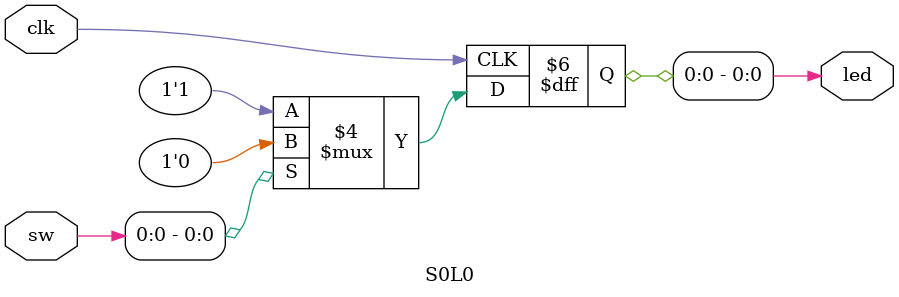
<source format=v>


`timescale 1ns/10ps

module S0L0 (
    sw,
    clk,
    led
);
// FPGA Hello world of one switch controlling one LED based on
// https://timetoexplore.net/blog/arty-fpga-verilog-01
// 
// Target:
//     ZYNQ 7000 Board (Arty, PYNQ-Z1, PYNQ-Z2) with at least 2 
//     switchs and 4 leds
// 
// 
// Input:
//     sw(2bitVec):switch input from PYNQ-Z1/2 (ect.)
//     clk(bool): clock input    
// Ouput:
//     led(4bitVec): led output to PYNQ-Z1/2 (ect.)
//     

input [1:0] sw;
input clk;
output [3:0] led;
reg [3:0] led;




always @(posedge clk) begin: S0L0_LOGIC
    if ((sw[0] == 0)) begin
        led[0] <= 1'b1;
    end
    else begin
        led[0] <= 1'b0;
    end
end

endmodule

</source>
